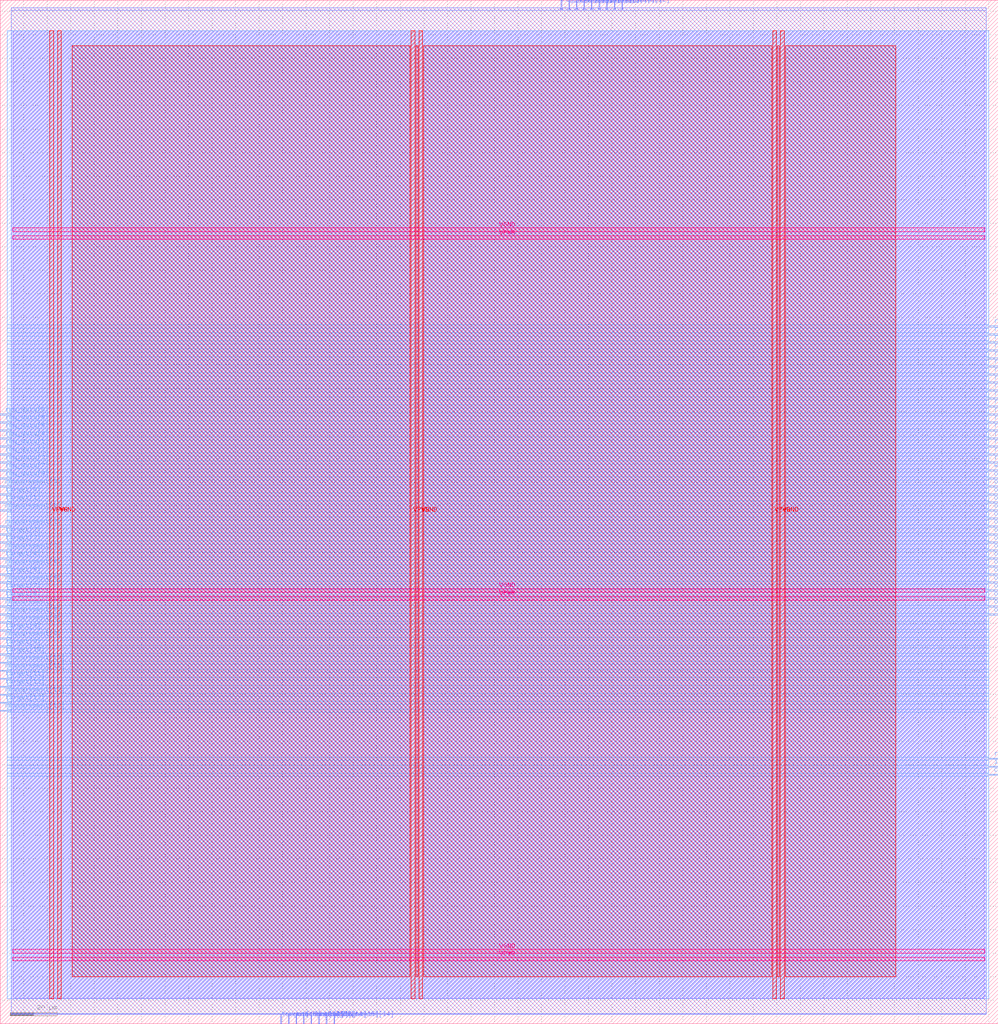
<source format=lef>
VERSION 5.7 ;
  NOWIREEXTENSIONATPIN ON ;
  DIVIDERCHAR "/" ;
  BUSBITCHARS "[]" ;
MACRO pid
  CLASS BLOCK ;
  FOREIGN pid ;
  ORIGIN 0.000 0.000 ;
  SIZE 424.080 BY 434.800 ;
  PIN VGND
    DIRECTION INOUT ;
    USE GROUND ;
    PORT
      LAYER met4 ;
        RECT 24.340 10.640 25.940 421.840 ;
    END
    PORT
      LAYER met4 ;
        RECT 177.940 10.640 179.540 421.840 ;
    END
    PORT
      LAYER met4 ;
        RECT 331.540 10.640 333.140 421.840 ;
    END
    PORT
      LAYER met5 ;
        RECT 5.280 30.030 418.380 31.630 ;
    END
    PORT
      LAYER met5 ;
        RECT 5.280 183.210 418.380 184.810 ;
    END
    PORT
      LAYER met5 ;
        RECT 5.280 336.390 418.380 337.990 ;
    END
  END VGND
  PIN VPWR
    DIRECTION INOUT ;
    USE POWER ;
    PORT
      LAYER met4 ;
        RECT 21.040 10.640 22.640 421.840 ;
    END
    PORT
      LAYER met4 ;
        RECT 174.640 10.640 176.240 421.840 ;
    END
    PORT
      LAYER met4 ;
        RECT 328.240 10.640 329.840 421.840 ;
    END
    PORT
      LAYER met5 ;
        RECT 5.280 26.730 418.380 28.330 ;
    END
    PORT
      LAYER met5 ;
        RECT 5.280 179.910 418.380 181.510 ;
    END
    PORT
      LAYER met5 ;
        RECT 5.280 333.090 418.380 334.690 ;
    END
  END VPWR
  PIN clock
    DIRECTION INPUT ;
    USE SIGNAL ;
    ANTENNAGATEAREA 0.852000 ;
    PORT
      LAYER met3 ;
        RECT 420.080 105.440 424.080 106.040 ;
    END
  END clock
  PIN iterate_enable
    DIRECTION INPUT ;
    USE SIGNAL ;
    ANTENNAGATEAREA 0.159000 ;
    PORT
      LAYER met3 ;
        RECT 420.080 108.840 424.080 109.440 ;
    END
  END iterate_enable
  PIN measurement[0]
    DIRECTION INPUT ;
    USE SIGNAL ;
    ANTENNAGATEAREA 0.213000 ;
    PORT
      LAYER met3 ;
        RECT 0.000 227.840 4.000 228.440 ;
    END
  END measurement[0]
  PIN measurement[10]
    DIRECTION INPUT ;
    USE SIGNAL ;
    ANTENNAGATEAREA 0.196500 ;
    PORT
      LAYER met3 ;
        RECT 0.000 153.040 4.000 153.640 ;
    END
  END measurement[10]
  PIN measurement[11]
    DIRECTION INPUT ;
    USE SIGNAL ;
    ANTENNAGATEAREA 0.196500 ;
    PORT
      LAYER met3 ;
        RECT 0.000 149.640 4.000 150.240 ;
    END
  END measurement[11]
  PIN measurement[12]
    DIRECTION INPUT ;
    USE SIGNAL ;
    ANTENNAGATEAREA 0.196500 ;
    PORT
      LAYER met3 ;
        RECT 0.000 139.440 4.000 140.040 ;
    END
  END measurement[12]
  PIN measurement[13]
    DIRECTION INPUT ;
    USE SIGNAL ;
    ANTENNAGATEAREA 0.196500 ;
    PORT
      LAYER met3 ;
        RECT 0.000 132.640 4.000 133.240 ;
    END
  END measurement[13]
  PIN measurement[14]
    DIRECTION INPUT ;
    USE SIGNAL ;
    ANTENNAGATEAREA 0.196500 ;
    PORT
      LAYER met2 ;
        RECT 141.770 0.000 142.050 4.000 ;
    END
  END measurement[14]
  PIN measurement[15]
    DIRECTION INPUT ;
    USE SIGNAL ;
    ANTENNAGATEAREA 0.196500 ;
    PORT
      LAYER met2 ;
        RECT 135.330 0.000 135.610 4.000 ;
    END
  END measurement[15]
  PIN measurement[16]
    DIRECTION INPUT ;
    USE SIGNAL ;
    ANTENNAGATEAREA 0.196500 ;
    PORT
      LAYER met2 ;
        RECT 125.670 0.000 125.950 4.000 ;
    END
  END measurement[16]
  PIN measurement[17]
    DIRECTION INPUT ;
    USE SIGNAL ;
    ANTENNAGATEAREA 0.196500 ;
    PORT
      LAYER met2 ;
        RECT 122.450 0.000 122.730 4.000 ;
    END
  END measurement[17]
  PIN measurement[1]
    DIRECTION INPUT ;
    USE SIGNAL ;
    ANTENNAGATEAREA 0.213000 ;
    PORT
      LAYER met3 ;
        RECT 0.000 217.640 4.000 218.240 ;
    END
  END measurement[1]
  PIN measurement[2]
    DIRECTION INPUT ;
    USE SIGNAL ;
    ANTENNAGATEAREA 0.196500 ;
    PORT
      LAYER met3 ;
        RECT 0.000 210.840 4.000 211.440 ;
    END
  END measurement[2]
  PIN measurement[3]
    DIRECTION INPUT ;
    USE SIGNAL ;
    ANTENNAGATEAREA 0.196500 ;
    PORT
      LAYER met3 ;
        RECT 0.000 200.640 4.000 201.240 ;
    END
  END measurement[3]
  PIN measurement[4]
    DIRECTION INPUT ;
    USE SIGNAL ;
    ANTENNAGATEAREA 0.196500 ;
    PORT
      LAYER met3 ;
        RECT 0.000 193.840 4.000 194.440 ;
    END
  END measurement[4]
  PIN measurement[5]
    DIRECTION INPUT ;
    USE SIGNAL ;
    ANTENNAGATEAREA 0.196500 ;
    PORT
      LAYER met3 ;
        RECT 0.000 187.040 4.000 187.640 ;
    END
  END measurement[5]
  PIN measurement[6]
    DIRECTION INPUT ;
    USE SIGNAL ;
    ANTENNAGATEAREA 0.196500 ;
    PORT
      LAYER met3 ;
        RECT 0.000 173.440 4.000 174.040 ;
    END
  END measurement[6]
  PIN measurement[7]
    DIRECTION INPUT ;
    USE SIGNAL ;
    ANTENNAGATEAREA 0.213000 ;
    PORT
      LAYER met3 ;
        RECT 0.000 176.840 4.000 177.440 ;
    END
  END measurement[7]
  PIN measurement[8]
    DIRECTION INPUT ;
    USE SIGNAL ;
    ANTENNAGATEAREA 0.213000 ;
    PORT
      LAYER met3 ;
        RECT 0.000 170.040 4.000 170.640 ;
    END
  END measurement[8]
  PIN measurement[9]
    DIRECTION INPUT ;
    USE SIGNAL ;
    ANTENNAGATEAREA 0.196500 ;
    PORT
      LAYER met3 ;
        RECT 0.000 163.240 4.000 163.840 ;
    END
  END measurement[9]
  PIN out_clocked[0]
    DIRECTION OUTPUT ;
    USE SIGNAL ;
    ANTENNADIFFAREA 0.795200 ;
    PORT
      LAYER met3 ;
        RECT 420.080 173.440 424.080 174.040 ;
    END
  END out_clocked[0]
  PIN out_clocked[10]
    DIRECTION OUTPUT ;
    USE SIGNAL ;
    ANTENNADIFFAREA 0.795200 ;
    PORT
      LAYER met3 ;
        RECT 420.080 221.040 424.080 221.640 ;
    END
  END out_clocked[10]
  PIN out_clocked[11]
    DIRECTION OUTPUT ;
    USE SIGNAL ;
    ANTENNADIFFAREA 0.795200 ;
    PORT
      LAYER met3 ;
        RECT 420.080 204.040 424.080 204.640 ;
    END
  END out_clocked[11]
  PIN out_clocked[12]
    DIRECTION OUTPUT ;
    USE SIGNAL ;
    ANTENNADIFFAREA 0.795200 ;
    PORT
      LAYER met3 ;
        RECT 420.080 210.840 424.080 211.440 ;
    END
  END out_clocked[12]
  PIN out_clocked[13]
    DIRECTION OUTPUT ;
    USE SIGNAL ;
    ANTENNADIFFAREA 0.795200 ;
    PORT
      LAYER met3 ;
        RECT 420.080 214.240 424.080 214.840 ;
    END
  END out_clocked[13]
  PIN out_clocked[14]
    DIRECTION OUTPUT ;
    USE SIGNAL ;
    ANTENNADIFFAREA 0.445500 ;
    PORT
      LAYER met3 ;
        RECT 420.080 176.840 424.080 177.440 ;
    END
  END out_clocked[14]
  PIN out_clocked[15]
    DIRECTION OUTPUT ;
    USE SIGNAL ;
    ANTENNADIFFAREA 0.445500 ;
    PORT
      LAYER met3 ;
        RECT 420.080 227.840 424.080 228.440 ;
    END
  END out_clocked[15]
  PIN out_clocked[16]
    DIRECTION OUTPUT ;
    USE SIGNAL ;
    ANTENNADIFFAREA 0.795200 ;
    PORT
      LAYER met3 ;
        RECT 420.080 207.440 424.080 208.040 ;
    END
  END out_clocked[16]
  PIN out_clocked[17]
    DIRECTION OUTPUT ;
    USE SIGNAL ;
    ANTENNADIFFAREA 0.795200 ;
    PORT
      LAYER met3 ;
        RECT 420.080 180.240 424.080 180.840 ;
    END
  END out_clocked[17]
  PIN out_clocked[1]
    DIRECTION OUTPUT ;
    USE SIGNAL ;
    ANTENNADIFFAREA 0.445500 ;
    PORT
      LAYER met3 ;
        RECT 420.080 183.640 424.080 184.240 ;
    END
  END out_clocked[1]
  PIN out_clocked[2]
    DIRECTION OUTPUT ;
    USE SIGNAL ;
    ANTENNADIFFAREA 0.445500 ;
    PORT
      LAYER met3 ;
        RECT 420.080 231.240 424.080 231.840 ;
    END
  END out_clocked[2]
  PIN out_clocked[3]
    DIRECTION OUTPUT ;
    USE SIGNAL ;
    ANTENNADIFFAREA 0.795200 ;
    PORT
      LAYER met3 ;
        RECT 420.080 217.640 424.080 218.240 ;
    END
  END out_clocked[3]
  PIN out_clocked[4]
    DIRECTION OUTPUT ;
    USE SIGNAL ;
    ANTENNADIFFAREA 0.445500 ;
    PORT
      LAYER met3 ;
        RECT 420.080 187.040 424.080 187.640 ;
    END
  END out_clocked[4]
  PIN out_clocked[5]
    DIRECTION OUTPUT ;
    USE SIGNAL ;
    ANTENNADIFFAREA 0.445500 ;
    PORT
      LAYER met3 ;
        RECT 420.080 224.440 424.080 225.040 ;
    END
  END out_clocked[5]
  PIN out_clocked[6]
    DIRECTION OUTPUT ;
    USE SIGNAL ;
    ANTENNADIFFAREA 0.445500 ;
    PORT
      LAYER met3 ;
        RECT 420.080 190.440 424.080 191.040 ;
    END
  END out_clocked[6]
  PIN out_clocked[7]
    DIRECTION OUTPUT ;
    USE SIGNAL ;
    ANTENNADIFFAREA 0.445500 ;
    PORT
      LAYER met3 ;
        RECT 420.080 193.840 424.080 194.440 ;
    END
  END out_clocked[7]
  PIN out_clocked[8]
    DIRECTION OUTPUT ;
    USE SIGNAL ;
    ANTENNADIFFAREA 0.445500 ;
    PORT
      LAYER met3 ;
        RECT 420.080 197.240 424.080 197.840 ;
    END
  END out_clocked[8]
  PIN out_clocked[9]
    DIRECTION OUTPUT ;
    USE SIGNAL ;
    ANTENNADIFFAREA 0.795200 ;
    PORT
      LAYER met3 ;
        RECT 420.080 200.640 424.080 201.240 ;
    END
  END out_clocked[9]
  PIN reg_addr[0]
    DIRECTION INPUT ;
    USE SIGNAL ;
    ANTENNAGATEAREA 0.196500 ;
    PORT
      LAYER met3 ;
        RECT 420.080 241.440 424.080 242.040 ;
    END
  END reg_addr[0]
  PIN reg_addr[10]
    DIRECTION INPUT ;
    USE SIGNAL ;
    ANTENNAGATEAREA 0.196500 ;
    PORT
      LAYER met3 ;
        RECT 420.080 295.840 424.080 296.440 ;
    END
  END reg_addr[10]
  PIN reg_addr[11]
    DIRECTION INPUT ;
    USE SIGNAL ;
    ANTENNAGATEAREA 0.196500 ;
    PORT
      LAYER met3 ;
        RECT 420.080 265.240 424.080 265.840 ;
    END
  END reg_addr[11]
  PIN reg_addr[12]
    DIRECTION INPUT ;
    USE SIGNAL ;
    ANTENNAGATEAREA 0.159000 ;
    PORT
      LAYER met2 ;
        RECT 238.370 430.800 238.650 434.800 ;
    END
  END reg_addr[12]
  PIN reg_addr[13]
    DIRECTION INPUT ;
    USE SIGNAL ;
    ANTENNAGATEAREA 0.196500 ;
    PORT
      LAYER met3 ;
        RECT 420.080 248.240 424.080 248.840 ;
    END
  END reg_addr[13]
  PIN reg_addr[14]
    DIRECTION INPUT ;
    USE SIGNAL ;
    ANTENNAGATEAREA 0.196500 ;
    PORT
      LAYER met3 ;
        RECT 420.080 255.040 424.080 255.640 ;
    END
  END reg_addr[14]
  PIN reg_addr[15]
    DIRECTION INPUT ;
    USE SIGNAL ;
    ANTENNAGATEAREA 0.196500 ;
    PORT
      LAYER met3 ;
        RECT 420.080 261.840 424.080 262.440 ;
    END
  END reg_addr[15]
  PIN reg_addr[16]
    DIRECTION INPUT ;
    USE SIGNAL ;
    ANTENNAGATEAREA 0.196500 ;
    PORT
      LAYER met3 ;
        RECT 420.080 244.840 424.080 245.440 ;
    END
  END reg_addr[16]
  PIN reg_addr[17]
    DIRECTION INPUT ;
    USE SIGNAL ;
    ANTENNAGATEAREA 0.196500 ;
    PORT
      LAYER met3 ;
        RECT 420.080 238.040 424.080 238.640 ;
    END
  END reg_addr[17]
  PIN reg_addr[1]
    DIRECTION INPUT ;
    USE SIGNAL ;
    ANTENNAGATEAREA 0.196500 ;
    PORT
      LAYER met3 ;
        RECT 420.080 258.440 424.080 259.040 ;
    END
  END reg_addr[1]
  PIN reg_addr[2]
    DIRECTION INPUT ;
    USE SIGNAL ;
    ANTENNAGATEAREA 0.196500 ;
    PORT
      LAYER met3 ;
        RECT 420.080 268.640 424.080 269.240 ;
    END
  END reg_addr[2]
  PIN reg_addr[3]
    DIRECTION INPUT ;
    USE SIGNAL ;
    ANTENNAGATEAREA 0.196500 ;
    PORT
      LAYER met3 ;
        RECT 420.080 251.640 424.080 252.240 ;
    END
  END reg_addr[3]
  PIN reg_addr[4]
    DIRECTION INPUT ;
    USE SIGNAL ;
    ANTENNAGATEAREA 0.159000 ;
    PORT
      LAYER met2 ;
        RECT 241.590 430.800 241.870 434.800 ;
    END
  END reg_addr[4]
  PIN reg_addr[5]
    DIRECTION INPUT ;
    USE SIGNAL ;
    ANTENNAGATEAREA 0.196500 ;
    PORT
      LAYER met3 ;
        RECT 420.080 289.040 424.080 289.640 ;
    END
  END reg_addr[5]
  PIN reg_addr[6]
    DIRECTION INPUT ;
    USE SIGNAL ;
    ANTENNAGATEAREA 0.196500 ;
    PORT
      LAYER met3 ;
        RECT 420.080 292.440 424.080 293.040 ;
    END
  END reg_addr[6]
  PIN reg_addr[7]
    DIRECTION INPUT ;
    USE SIGNAL ;
    ANTENNAGATEAREA 0.196500 ;
    PORT
      LAYER met3 ;
        RECT 420.080 285.640 424.080 286.240 ;
    END
  END reg_addr[7]
  PIN reg_addr[8]
    DIRECTION INPUT ;
    USE SIGNAL ;
    ANTENNAGATEAREA 0.196500 ;
    PORT
      LAYER met3 ;
        RECT 420.080 275.440 424.080 276.040 ;
    END
  END reg_addr[8]
  PIN reg_addr[9]
    DIRECTION INPUT ;
    USE SIGNAL ;
    ANTENNAGATEAREA 0.196500 ;
    PORT
      LAYER met3 ;
        RECT 420.080 278.840 424.080 279.440 ;
    END
  END reg_addr[9]
  PIN reg_data[0]
    DIRECTION INPUT ;
    USE SIGNAL ;
    ANTENNAGATEAREA 0.159000 ;
    PORT
      LAYER met3 ;
        RECT 0.000 258.440 4.000 259.040 ;
    END
  END reg_data[0]
  PIN reg_data[10]
    DIRECTION INPUT ;
    USE SIGNAL ;
    ANTENNAGATEAREA 0.213000 ;
    PORT
      LAYER met3 ;
        RECT 420.080 272.040 424.080 272.640 ;
    END
  END reg_data[10]
  PIN reg_data[11]
    DIRECTION INPUT ;
    USE SIGNAL ;
    ANTENNAGATEAREA 0.213000 ;
    PORT
      LAYER met3 ;
        RECT 420.080 282.240 424.080 282.840 ;
    END
  END reg_data[11]
  PIN reg_data[12]
    DIRECTION INPUT ;
    USE SIGNAL ;
    ANTENNAGATEAREA 0.213000 ;
    PORT
      LAYER met2 ;
        RECT 264.130 430.800 264.410 434.800 ;
    END
  END reg_data[12]
  PIN reg_data[13]
    DIRECTION INPUT ;
    USE SIGNAL ;
    ANTENNAGATEAREA 0.213000 ;
    PORT
      LAYER met2 ;
        RECT 260.910 430.800 261.190 434.800 ;
    END
  END reg_data[13]
  PIN reg_data[14]
    DIRECTION INPUT ;
    USE SIGNAL ;
    ANTENNAGATEAREA 0.213000 ;
    PORT
      LAYER met2 ;
        RECT 257.690 430.800 257.970 434.800 ;
    END
  END reg_data[14]
  PIN reg_data[15]
    DIRECTION INPUT ;
    USE SIGNAL ;
    ANTENNAGATEAREA 0.213000 ;
    PORT
      LAYER met2 ;
        RECT 254.470 430.800 254.750 434.800 ;
    END
  END reg_data[15]
  PIN reg_data[16]
    DIRECTION INPUT ;
    USE SIGNAL ;
    ANTENNAGATEAREA 0.213000 ;
    PORT
      LAYER met2 ;
        RECT 251.250 430.800 251.530 434.800 ;
    END
  END reg_data[16]
  PIN reg_data[17]
    DIRECTION INPUT ;
    USE SIGNAL ;
    ANTENNAGATEAREA 0.213000 ;
    PORT
      LAYER met2 ;
        RECT 248.030 430.800 248.310 434.800 ;
    END
  END reg_data[17]
  PIN reg_data[1]
    DIRECTION INPUT ;
    USE SIGNAL ;
    ANTENNAGATEAREA 0.159000 ;
    PORT
      LAYER met3 ;
        RECT 0.000 244.840 4.000 245.440 ;
    END
  END reg_data[1]
  PIN reg_data[2]
    DIRECTION INPUT ;
    USE SIGNAL ;
    ANTENNAGATEAREA 0.159000 ;
    PORT
      LAYER met3 ;
        RECT 0.000 241.440 4.000 242.040 ;
    END
  END reg_data[2]
  PIN reg_data[3]
    DIRECTION INPUT ;
    USE SIGNAL ;
    ANTENNAGATEAREA 0.159000 ;
    PORT
      LAYER met3 ;
        RECT 0.000 238.040 4.000 238.640 ;
    END
  END reg_data[3]
  PIN reg_data[4]
    DIRECTION INPUT ;
    USE SIGNAL ;
    ANTENNAGATEAREA 0.159000 ;
    PORT
      LAYER met3 ;
        RECT 0.000 248.240 4.000 248.840 ;
    END
  END reg_data[4]
  PIN reg_data[5]
    DIRECTION INPUT ;
    USE SIGNAL ;
    ANTENNAGATEAREA 0.159000 ;
    PORT
      LAYER met3 ;
        RECT 0.000 251.640 4.000 252.240 ;
    END
  END reg_data[5]
  PIN reg_data[6]
    DIRECTION INPUT ;
    USE SIGNAL ;
    ANTENNAGATEAREA 0.159000 ;
    PORT
      LAYER met3 ;
        RECT 0.000 255.040 4.000 255.640 ;
    END
  END reg_data[6]
  PIN reg_data[7]
    DIRECTION INPUT ;
    USE SIGNAL ;
    ANTENNAGATEAREA 0.159000 ;
    PORT
      LAYER met3 ;
        RECT 0.000 234.640 4.000 235.240 ;
    END
  END reg_data[7]
  PIN reg_data[8]
    DIRECTION INPUT ;
    USE SIGNAL ;
    ANTENNAGATEAREA 0.213000 ;
    PORT
      LAYER met3 ;
        RECT 0.000 231.240 4.000 231.840 ;
    END
  END reg_data[8]
  PIN reg_data[9]
    DIRECTION INPUT ;
    USE SIGNAL ;
    ANTENNAGATEAREA 0.213000 ;
    PORT
      LAYER met2 ;
        RECT 244.810 430.800 245.090 434.800 ;
    END
  END reg_data[9]
  PIN reset
    DIRECTION INPUT ;
    USE SIGNAL ;
    ANTENNAGATEAREA 0.196500 ;
    PORT
      LAYER met3 ;
        RECT 420.080 112.240 424.080 112.840 ;
    END
  END reset
  PIN target[0]
    DIRECTION INPUT ;
    USE SIGNAL ;
    ANTENNAGATEAREA 0.196500 ;
    PORT
      LAYER met3 ;
        RECT 0.000 224.440 4.000 225.040 ;
    END
  END target[0]
  PIN target[10]
    DIRECTION INPUT ;
    USE SIGNAL ;
    ANTENNAGATEAREA 0.196500 ;
    PORT
      LAYER met3 ;
        RECT 0.000 156.440 4.000 157.040 ;
    END
  END target[10]
  PIN target[11]
    DIRECTION INPUT ;
    USE SIGNAL ;
    ANTENNAGATEAREA 0.196500 ;
    PORT
      LAYER met3 ;
        RECT 0.000 146.240 4.000 146.840 ;
    END
  END target[11]
  PIN target[12]
    DIRECTION INPUT ;
    USE SIGNAL ;
    ANTENNAGATEAREA 0.196500 ;
    PORT
      LAYER met3 ;
        RECT 0.000 142.840 4.000 143.440 ;
    END
  END target[12]
  PIN target[13]
    DIRECTION INPUT ;
    USE SIGNAL ;
    ANTENNAGATEAREA 0.196500 ;
    PORT
      LAYER met3 ;
        RECT 0.000 136.040 4.000 136.640 ;
    END
  END target[13]
  PIN target[14]
    DIRECTION INPUT ;
    USE SIGNAL ;
    ANTENNAGATEAREA 0.196500 ;
    PORT
      LAYER met2 ;
        RECT 138.550 0.000 138.830 4.000 ;
    END
  END target[14]
  PIN target[15]
    DIRECTION INPUT ;
    USE SIGNAL ;
    ANTENNAGATEAREA 0.196500 ;
    PORT
      LAYER met2 ;
        RECT 132.110 0.000 132.390 4.000 ;
    END
  END target[15]
  PIN target[16]
    DIRECTION INPUT ;
    USE SIGNAL ;
    ANTENNAGATEAREA 0.196500 ;
    PORT
      LAYER met2 ;
        RECT 128.890 0.000 129.170 4.000 ;
    END
  END target[16]
  PIN target[17]
    DIRECTION INPUT ;
    USE SIGNAL ;
    ANTENNAGATEAREA 0.196500 ;
    PORT
      LAYER met2 ;
        RECT 119.230 0.000 119.510 4.000 ;
    END
  END target[17]
  PIN target[1]
    DIRECTION INPUT ;
    USE SIGNAL ;
    ANTENNAGATEAREA 0.213000 ;
    PORT
      LAYER met3 ;
        RECT 0.000 221.040 4.000 221.640 ;
    END
  END target[1]
  PIN target[2]
    DIRECTION INPUT ;
    USE SIGNAL ;
    ANTENNAGATEAREA 0.196500 ;
    PORT
      LAYER met3 ;
        RECT 0.000 207.440 4.000 208.040 ;
    END
  END target[2]
  PIN target[3]
    DIRECTION INPUT ;
    USE SIGNAL ;
    ANTENNAGATEAREA 0.196500 ;
    PORT
      LAYER met3 ;
        RECT 0.000 204.040 4.000 204.640 ;
    END
  END target[3]
  PIN target[4]
    DIRECTION INPUT ;
    USE SIGNAL ;
    ANTENNAGATEAREA 0.196500 ;
    PORT
      LAYER met3 ;
        RECT 0.000 197.240 4.000 197.840 ;
    END
  END target[4]
  PIN target[5]
    DIRECTION INPUT ;
    USE SIGNAL ;
    ANTENNAGATEAREA 0.196500 ;
    PORT
      LAYER met3 ;
        RECT 0.000 190.440 4.000 191.040 ;
    END
  END target[5]
  PIN target[6]
    DIRECTION INPUT ;
    USE SIGNAL ;
    ANTENNAGATEAREA 0.126000 ;
    PORT
      LAYER met3 ;
        RECT 0.000 180.240 4.000 180.840 ;
    END
  END target[6]
  PIN target[7]
    DIRECTION INPUT ;
    USE SIGNAL ;
    ANTENNAGATEAREA 0.213000 ;
    PORT
      LAYER met3 ;
        RECT 0.000 183.640 4.000 184.240 ;
    END
  END target[7]
  PIN target[8]
    DIRECTION INPUT ;
    USE SIGNAL ;
    ANTENNAGATEAREA 0.213000 ;
    PORT
      LAYER met3 ;
        RECT 0.000 166.640 4.000 167.240 ;
    END
  END target[8]
  PIN target[9]
    DIRECTION INPUT ;
    USE SIGNAL ;
    ANTENNAGATEAREA 0.196500 ;
    PORT
      LAYER met3 ;
        RECT 0.000 159.840 4.000 160.440 ;
    END
  END target[9]
  PIN write_enable
    DIRECTION INPUT ;
    USE SIGNAL ;
    ANTENNAGATEAREA 0.196500 ;
    PORT
      LAYER met3 ;
        RECT 420.080 234.640 424.080 235.240 ;
    END
  END write_enable
  OBS
      LAYER li1 ;
        RECT 5.520 10.795 418.140 421.685 ;
      LAYER met1 ;
        RECT 4.670 10.640 418.990 421.840 ;
      LAYER met2 ;
        RECT 4.690 430.520 238.090 431.530 ;
        RECT 238.930 430.520 241.310 431.530 ;
        RECT 242.150 430.520 244.530 431.530 ;
        RECT 245.370 430.520 247.750 431.530 ;
        RECT 248.590 430.520 250.970 431.530 ;
        RECT 251.810 430.520 254.190 431.530 ;
        RECT 255.030 430.520 257.410 431.530 ;
        RECT 258.250 430.520 260.630 431.530 ;
        RECT 261.470 430.520 263.850 431.530 ;
        RECT 264.690 430.520 418.970 431.530 ;
        RECT 4.690 4.280 418.970 430.520 ;
        RECT 4.690 4.000 118.950 4.280 ;
        RECT 119.790 4.000 122.170 4.280 ;
        RECT 123.010 4.000 125.390 4.280 ;
        RECT 126.230 4.000 128.610 4.280 ;
        RECT 129.450 4.000 131.830 4.280 ;
        RECT 132.670 4.000 135.050 4.280 ;
        RECT 135.890 4.000 138.270 4.280 ;
        RECT 139.110 4.000 141.490 4.280 ;
        RECT 142.330 4.000 418.970 4.280 ;
      LAYER met3 ;
        RECT 3.070 296.840 420.080 421.765 ;
        RECT 3.070 295.440 419.680 296.840 ;
        RECT 3.070 293.440 420.080 295.440 ;
        RECT 3.070 292.040 419.680 293.440 ;
        RECT 3.070 290.040 420.080 292.040 ;
        RECT 3.070 288.640 419.680 290.040 ;
        RECT 3.070 286.640 420.080 288.640 ;
        RECT 3.070 285.240 419.680 286.640 ;
        RECT 3.070 283.240 420.080 285.240 ;
        RECT 3.070 281.840 419.680 283.240 ;
        RECT 3.070 279.840 420.080 281.840 ;
        RECT 3.070 278.440 419.680 279.840 ;
        RECT 3.070 276.440 420.080 278.440 ;
        RECT 3.070 275.040 419.680 276.440 ;
        RECT 3.070 273.040 420.080 275.040 ;
        RECT 3.070 271.640 419.680 273.040 ;
        RECT 3.070 269.640 420.080 271.640 ;
        RECT 3.070 268.240 419.680 269.640 ;
        RECT 3.070 266.240 420.080 268.240 ;
        RECT 3.070 264.840 419.680 266.240 ;
        RECT 3.070 262.840 420.080 264.840 ;
        RECT 3.070 261.440 419.680 262.840 ;
        RECT 3.070 259.440 420.080 261.440 ;
        RECT 4.400 258.040 419.680 259.440 ;
        RECT 3.070 256.040 420.080 258.040 ;
        RECT 4.400 254.640 419.680 256.040 ;
        RECT 3.070 252.640 420.080 254.640 ;
        RECT 4.400 251.240 419.680 252.640 ;
        RECT 3.070 249.240 420.080 251.240 ;
        RECT 4.400 247.840 419.680 249.240 ;
        RECT 3.070 245.840 420.080 247.840 ;
        RECT 4.400 244.440 419.680 245.840 ;
        RECT 3.070 242.440 420.080 244.440 ;
        RECT 4.400 241.040 419.680 242.440 ;
        RECT 3.070 239.040 420.080 241.040 ;
        RECT 4.400 237.640 419.680 239.040 ;
        RECT 3.070 235.640 420.080 237.640 ;
        RECT 4.400 234.240 419.680 235.640 ;
        RECT 3.070 232.240 420.080 234.240 ;
        RECT 4.400 230.840 419.680 232.240 ;
        RECT 3.070 228.840 420.080 230.840 ;
        RECT 4.400 227.440 419.680 228.840 ;
        RECT 3.070 225.440 420.080 227.440 ;
        RECT 4.400 224.040 419.680 225.440 ;
        RECT 3.070 222.040 420.080 224.040 ;
        RECT 4.400 220.640 419.680 222.040 ;
        RECT 3.070 218.640 420.080 220.640 ;
        RECT 4.400 217.240 419.680 218.640 ;
        RECT 3.070 215.240 420.080 217.240 ;
        RECT 3.070 213.840 419.680 215.240 ;
        RECT 3.070 211.840 420.080 213.840 ;
        RECT 4.400 210.440 419.680 211.840 ;
        RECT 3.070 208.440 420.080 210.440 ;
        RECT 4.400 207.040 419.680 208.440 ;
        RECT 3.070 205.040 420.080 207.040 ;
        RECT 4.400 203.640 419.680 205.040 ;
        RECT 3.070 201.640 420.080 203.640 ;
        RECT 4.400 200.240 419.680 201.640 ;
        RECT 3.070 198.240 420.080 200.240 ;
        RECT 4.400 196.840 419.680 198.240 ;
        RECT 3.070 194.840 420.080 196.840 ;
        RECT 4.400 193.440 419.680 194.840 ;
        RECT 3.070 191.440 420.080 193.440 ;
        RECT 4.400 190.040 419.680 191.440 ;
        RECT 3.070 188.040 420.080 190.040 ;
        RECT 4.400 186.640 419.680 188.040 ;
        RECT 3.070 184.640 420.080 186.640 ;
        RECT 4.400 183.240 419.680 184.640 ;
        RECT 3.070 181.240 420.080 183.240 ;
        RECT 4.400 179.840 419.680 181.240 ;
        RECT 3.070 177.840 420.080 179.840 ;
        RECT 4.400 176.440 419.680 177.840 ;
        RECT 3.070 174.440 420.080 176.440 ;
        RECT 4.400 173.040 419.680 174.440 ;
        RECT 3.070 171.040 420.080 173.040 ;
        RECT 4.400 169.640 420.080 171.040 ;
        RECT 3.070 167.640 420.080 169.640 ;
        RECT 4.400 166.240 420.080 167.640 ;
        RECT 3.070 164.240 420.080 166.240 ;
        RECT 4.400 162.840 420.080 164.240 ;
        RECT 3.070 160.840 420.080 162.840 ;
        RECT 4.400 159.440 420.080 160.840 ;
        RECT 3.070 157.440 420.080 159.440 ;
        RECT 4.400 156.040 420.080 157.440 ;
        RECT 3.070 154.040 420.080 156.040 ;
        RECT 4.400 152.640 420.080 154.040 ;
        RECT 3.070 150.640 420.080 152.640 ;
        RECT 4.400 149.240 420.080 150.640 ;
        RECT 3.070 147.240 420.080 149.240 ;
        RECT 4.400 145.840 420.080 147.240 ;
        RECT 3.070 143.840 420.080 145.840 ;
        RECT 4.400 142.440 420.080 143.840 ;
        RECT 3.070 140.440 420.080 142.440 ;
        RECT 4.400 139.040 420.080 140.440 ;
        RECT 3.070 137.040 420.080 139.040 ;
        RECT 4.400 135.640 420.080 137.040 ;
        RECT 3.070 133.640 420.080 135.640 ;
        RECT 4.400 132.240 420.080 133.640 ;
        RECT 3.070 113.240 420.080 132.240 ;
        RECT 3.070 111.840 419.680 113.240 ;
        RECT 3.070 109.840 420.080 111.840 ;
        RECT 3.070 108.440 419.680 109.840 ;
        RECT 3.070 106.440 420.080 108.440 ;
        RECT 3.070 105.040 419.680 106.440 ;
        RECT 3.070 10.715 420.080 105.040 ;
      LAYER met4 ;
        RECT 30.655 19.895 174.240 415.305 ;
        RECT 176.640 19.895 177.540 415.305 ;
        RECT 179.940 19.895 327.840 415.305 ;
        RECT 330.240 19.895 331.140 415.305 ;
        RECT 333.540 19.895 380.585 415.305 ;
  END
END pid
END LIBRARY


</source>
